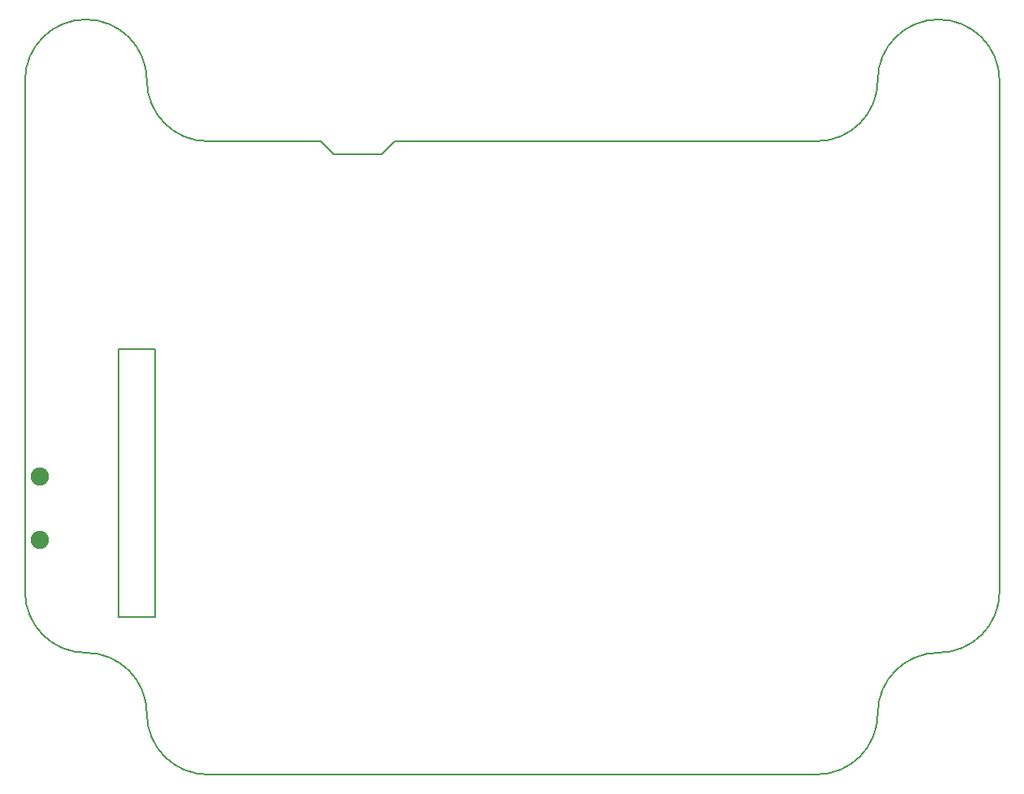
<source format=gtp>
G04 (created by PCBNEW (2013-03-15 BZR 4003)-stable) date 13-May-13 4:39:10 PM*
%MOIN*%
G04 Gerber Fmt 3.4, Leading zero omitted, Abs format*
%FSLAX34Y34*%
G01*
G70*
G90*
G04 APERTURE LIST*
%ADD10C,0.006*%
%ADD11C,0.005*%
%ADD12C,0.075*%
G04 APERTURE END LIST*
G54D10*
G54D11*
X22125Y-19000D02*
X17500Y-19000D01*
X25175Y-19000D02*
X42500Y-19000D01*
X24625Y-19550D02*
X25175Y-19000D01*
X23625Y-19550D02*
X24625Y-19550D01*
X22675Y-19550D02*
X22125Y-19000D01*
X23675Y-19550D02*
X22675Y-19550D01*
X47500Y-40000D02*
G75*
G03X50000Y-37500I0J2500D01*
G74*
G01*
X42500Y-45000D02*
G75*
G03X45000Y-42500I0J2500D01*
G74*
G01*
X47500Y-40000D02*
G75*
G03X45000Y-42500I0J-2500D01*
G74*
G01*
X15000Y-42500D02*
G75*
G03X17500Y-45000I2500J0D01*
G74*
G01*
X10000Y-37500D02*
G75*
G03X12500Y-40000I2500J0D01*
G74*
G01*
X15000Y-42500D02*
G75*
G03X12500Y-40000I-2500J0D01*
G74*
G01*
X42500Y-19000D02*
G75*
G03X45000Y-16500I0J2500D01*
G74*
G01*
X50000Y-16500D02*
G75*
G03X47500Y-14000I-2500J0D01*
G74*
G01*
X47500Y-14000D02*
G75*
G03X45000Y-16500I0J-2500D01*
G74*
G01*
X15000Y-16500D02*
G75*
G03X17500Y-19000I2500J0D01*
G74*
G01*
X15000Y-16500D02*
G75*
G03X12500Y-14000I-2500J0D01*
G74*
G01*
X12500Y-14000D02*
G75*
G03X10000Y-16500I0J-2500D01*
G74*
G01*
X13850Y-38550D02*
X15350Y-38550D01*
X13850Y-27550D02*
X13850Y-38550D01*
X15350Y-27550D02*
X13850Y-27550D01*
X15350Y-38550D02*
X15350Y-27550D01*
X42500Y-45000D02*
X17500Y-45000D01*
X10000Y-37500D02*
X10000Y-16500D01*
X50000Y-16500D02*
X50000Y-37500D01*
G54D12*
X10600Y-35375D03*
X10600Y-32775D03*
M02*

</source>
